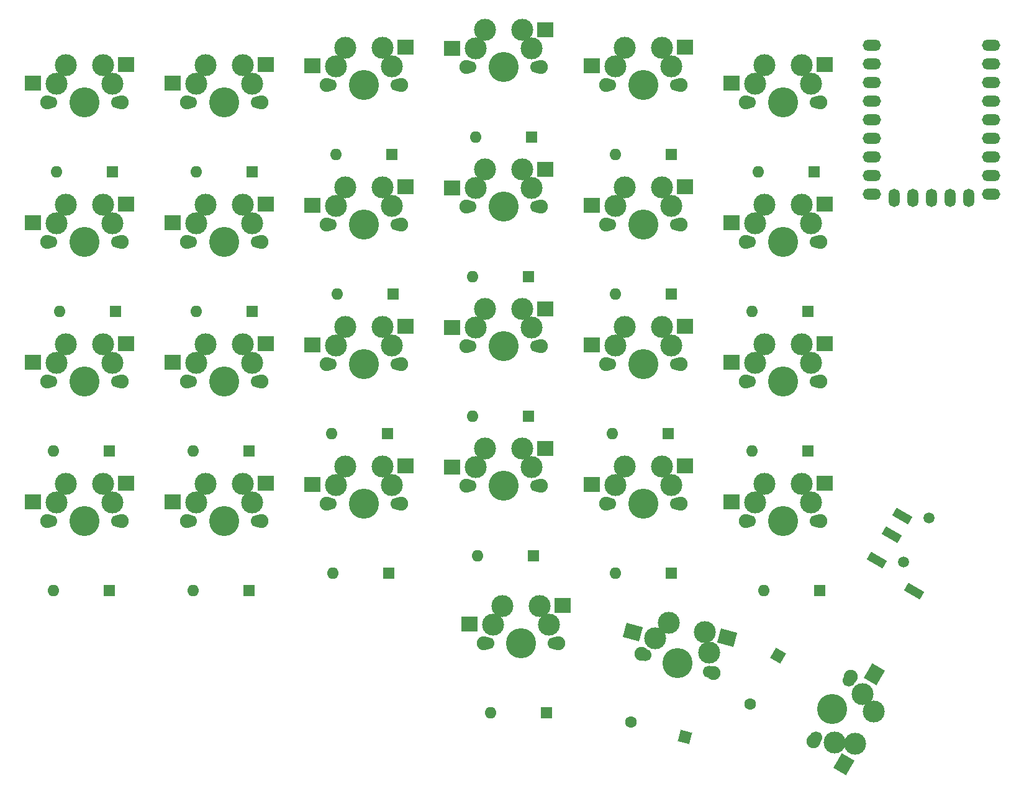
<source format=gbs>
G04 #@! TF.GenerationSoftware,KiCad,Pcbnew,8.0.4*
G04 #@! TF.CreationDate,2024-09-10T03:21:52+03:00*
G04 #@! TF.ProjectId,silakka54,73696c61-6b6b-4613-9534-2e6b69636164,rev?*
G04 #@! TF.SameCoordinates,Original*
G04 #@! TF.FileFunction,Soldermask,Bot*
G04 #@! TF.FilePolarity,Negative*
%FSLAX46Y46*%
G04 Gerber Fmt 4.6, Leading zero omitted, Abs format (unit mm)*
G04 Created by KiCad (PCBNEW 8.0.4) date 2024-09-10 03:21:52*
%MOMM*%
%LPD*%
G01*
G04 APERTURE LIST*
G04 Aperture macros list*
%AMHorizOval*
0 Thick line with rounded ends*
0 $1 width*
0 $2 $3 position (X,Y) of the first rounded end (center of the circle)*
0 $4 $5 position (X,Y) of the second rounded end (center of the circle)*
0 Add line between two ends*
20,1,$1,$2,$3,$4,$5,0*
0 Add two circle primitives to create the rounded ends*
1,1,$1,$2,$3*
1,1,$1,$4,$5*%
%AMRotRect*
0 Rectangle, with rotation*
0 The origin of the aperture is its center*
0 $1 length*
0 $2 width*
0 $3 Rotation angle, in degrees counterclockwise*
0 Add horizontal line*
21,1,$1,$2,0,0,$3*%
G04 Aperture macros list end*
%ADD10R,1.600000X1.600000*%
%ADD11O,1.600000X1.600000*%
%ADD12C,1.900000*%
%ADD13C,1.700000*%
%ADD14C,3.000000*%
%ADD15C,4.100000*%
%ADD16R,2.300000X2.000000*%
%ADD17RotRect,1.600000X1.600000X240.000000*%
%ADD18HorizOval,1.600000X0.000000X0.000000X0.000000X0.000000X0*%
%ADD19RotRect,2.300000X2.000000X165.000000*%
%ADD20RotRect,2.300000X2.000000X60.000000*%
%ADD21O,2.500000X1.500000*%
%ADD22O,1.500000X2.500000*%
%ADD23RotRect,1.600000X1.600000X165.000000*%
%ADD24HorizOval,1.600000X0.000000X0.000000X0.000000X0.000000X0*%
%ADD25C,1.500000*%
%ADD26RotRect,1.200000X2.500000X240.000000*%
G04 APERTURE END LIST*
D10*
G04 #@! TO.C,D18*
X138928750Y-88106250D03*
D11*
X131308750Y-88106250D03*
G04 #@! TD*
D10*
G04 #@! TO.C,D9*
X82378750Y-66675000D03*
D11*
X74758750Y-66675000D03*
G04 #@! TD*
D10*
G04 #@! TO.C,D5*
X120228749Y-47625001D03*
D11*
X112608749Y-47625001D03*
G04 #@! TD*
D12*
G04 #@! TO.C,S25*
X94670000Y-114300000D03*
D13*
X95250000Y-114300000D03*
D14*
X95940000Y-111760000D03*
X97210000Y-109220000D03*
D15*
X99750000Y-114300000D03*
D14*
X102290000Y-109220000D03*
X103560000Y-111759999D03*
D13*
X104250000Y-114300000D03*
D12*
X104830000Y-114300000D03*
D16*
X92750000Y-111720000D03*
X105450000Y-109180000D03*
G04 #@! TD*
D17*
G04 #@! TO.C,D27*
X134817500Y-116066052D03*
D18*
X131007500Y-122665166D03*
G04 #@! TD*
D12*
G04 #@! TO.C,S11*
X111338750Y-57150000D03*
D13*
X111918750Y-57150000D03*
D14*
X112608750Y-54610000D03*
X113878750Y-52070000D03*
D15*
X116418750Y-57150000D03*
D14*
X118958750Y-52070000D03*
X120228750Y-54609999D03*
D13*
X120918750Y-57150000D03*
D12*
X121498750Y-57150000D03*
D16*
X109418750Y-54570000D03*
X122118750Y-52030000D03*
G04 #@! TD*
D12*
G04 #@! TO.C,S5*
X111338750Y-38100000D03*
D13*
X111918750Y-38100000D03*
D14*
X112608750Y-35560000D03*
X113878750Y-33020000D03*
D15*
X116418750Y-38100000D03*
D14*
X118958750Y-33020000D03*
X120228750Y-35559999D03*
D13*
X120918750Y-38100000D03*
D12*
X121498750Y-38100000D03*
D16*
X109418750Y-35520000D03*
X122118750Y-32980000D03*
G04 #@! TD*
D12*
G04 #@! TO.C,S6*
X130388750Y-40481250D03*
D13*
X130968750Y-40481250D03*
D14*
X131658750Y-37941250D03*
X132928750Y-35401250D03*
D15*
X135468750Y-40481250D03*
D14*
X138008750Y-35401250D03*
X139278750Y-37941249D03*
D13*
X139968750Y-40481250D03*
D12*
X140548750Y-40481250D03*
D16*
X128468750Y-37901250D03*
X141168750Y-35361250D03*
G04 #@! TD*
D12*
G04 #@! TO.C,S10*
X92288750Y-54768750D03*
D13*
X92868750Y-54768750D03*
D14*
X93558750Y-52228750D03*
X94828750Y-49688750D03*
D15*
X97368750Y-54768750D03*
D14*
X99908750Y-49688750D03*
X101178750Y-52228749D03*
D13*
X101868750Y-54768750D03*
D12*
X102448750Y-54768750D03*
D16*
X90368750Y-52188750D03*
X103068750Y-49648750D03*
G04 #@! TD*
D10*
G04 #@! TO.C,D25*
X103210002Y-123825001D03*
D11*
X95590002Y-123825001D03*
G04 #@! TD*
D12*
G04 #@! TO.C,S23*
X111338750Y-95250000D03*
D13*
X111918750Y-95250000D03*
D14*
X112608750Y-92710000D03*
X113878750Y-90170000D03*
D15*
X116418750Y-95250000D03*
D14*
X118958750Y-90170000D03*
X120228750Y-92709999D03*
D13*
X120918750Y-95250000D03*
D12*
X121498750Y-95250000D03*
D16*
X109418750Y-92670000D03*
X122118750Y-90130000D03*
G04 #@! TD*
D10*
G04 #@! TO.C,D16*
X100828750Y-83343750D03*
D11*
X93208750Y-83343750D03*
G04 #@! TD*
D10*
G04 #@! TO.C,D21*
X81778752Y-104775001D03*
D11*
X74158752Y-104775001D03*
G04 #@! TD*
D10*
G04 #@! TO.C,D14*
X62728750Y-88106250D03*
D11*
X55108750Y-88106250D03*
G04 #@! TD*
D12*
G04 #@! TO.C,S3*
X73238750Y-38100000D03*
D13*
X73818750Y-38100000D03*
D14*
X74508750Y-35560000D03*
X75778750Y-33020000D03*
D15*
X78318750Y-38100000D03*
D14*
X80858750Y-33020000D03*
X82128750Y-35559999D03*
D13*
X82818750Y-38100000D03*
D12*
X83398750Y-38100000D03*
D16*
X71318750Y-35520000D03*
X84018750Y-32980000D03*
G04 #@! TD*
D12*
G04 #@! TO.C,S26*
X116191847Y-115766449D03*
D13*
X116752084Y-115916564D03*
D14*
X118075973Y-113641698D03*
X119960099Y-111516946D03*
D15*
X121098750Y-117081250D03*
D14*
X124867002Y-112831747D03*
X125436328Y-115613898D03*
D13*
X125445416Y-118245936D03*
D12*
X126005653Y-118396051D03*
D19*
X115005022Y-112777428D03*
X127929681Y-113610978D03*
G04 #@! TD*
D12*
G04 #@! TO.C,S17*
X111338750Y-76200000D03*
D13*
X111918750Y-76200000D03*
D14*
X112608750Y-73660000D03*
X113878750Y-71120000D03*
D15*
X116418750Y-76200000D03*
D14*
X118958750Y-71120000D03*
X120228750Y-73659999D03*
D13*
X120918750Y-76200000D03*
D12*
X121498750Y-76200000D03*
D16*
X109418750Y-73620000D03*
X122118750Y-71080000D03*
G04 #@! TD*
D12*
G04 #@! TO.C,S8*
X54188750Y-59531250D03*
D13*
X54768750Y-59531250D03*
D14*
X55458750Y-56991250D03*
X56728750Y-54451250D03*
D15*
X59268750Y-59531250D03*
D14*
X61808750Y-54451250D03*
X63078750Y-56991249D03*
D13*
X63768750Y-59531250D03*
D12*
X64348750Y-59531250D03*
D16*
X52268750Y-56951250D03*
X64968750Y-54411250D03*
G04 #@! TD*
D10*
G04 #@! TO.C,D3*
X82128749Y-47625000D03*
D11*
X74508749Y-47625000D03*
G04 #@! TD*
D10*
G04 #@! TO.C,D1*
X44028749Y-50006251D03*
D11*
X36408749Y-50006251D03*
G04 #@! TD*
D10*
G04 #@! TO.C,D7*
X44528750Y-69056250D03*
D11*
X36908750Y-69056250D03*
G04 #@! TD*
D12*
G04 #@! TO.C,S13*
X35138750Y-78581250D03*
D13*
X35718750Y-78581250D03*
D14*
X36408750Y-76041250D03*
X37678750Y-73501250D03*
D15*
X40218750Y-78581250D03*
D14*
X42758750Y-73501250D03*
X44028750Y-76041249D03*
D13*
X44718750Y-78581250D03*
D12*
X45298750Y-78581250D03*
D16*
X33218750Y-76001250D03*
X45918750Y-73461250D03*
G04 #@! TD*
D12*
G04 #@! TO.C,S16*
X92288750Y-73818750D03*
D13*
X92868750Y-73818750D03*
D14*
X93558750Y-71278750D03*
X94828750Y-68738750D03*
D15*
X97368750Y-73818750D03*
D14*
X99908750Y-68738750D03*
X101178750Y-71278749D03*
D13*
X101868750Y-73818750D03*
D12*
X102448750Y-73818750D03*
D16*
X90368750Y-71238750D03*
X103068750Y-68698750D03*
G04 #@! TD*
D12*
G04 #@! TO.C,S27*
X144768750Y-118911841D03*
D13*
X144478750Y-119414136D03*
D14*
X146333455Y-121281693D03*
X147898159Y-123651545D03*
D15*
X142228750Y-123311250D03*
D14*
X145358159Y-128050955D03*
X142523455Y-127880807D03*
D13*
X139978750Y-127208364D03*
D12*
X139688750Y-127710659D03*
D20*
X147963096Y-118539072D03*
X143812800Y-130807595D03*
G04 #@! TD*
D12*
G04 #@! TO.C,S14*
X54188750Y-78581250D03*
D13*
X54768750Y-78581250D03*
D14*
X55458750Y-76041250D03*
X56728750Y-73501250D03*
D15*
X59268750Y-78581250D03*
D14*
X61808750Y-73501250D03*
X63078750Y-76041249D03*
D13*
X63768750Y-78581250D03*
D12*
X64348750Y-78581250D03*
D16*
X52268750Y-76001250D03*
X64968750Y-73461250D03*
G04 #@! TD*
D12*
G04 #@! TO.C,S7*
X35138750Y-59531250D03*
D13*
X35718750Y-59531250D03*
D14*
X36408750Y-56991250D03*
X37678750Y-54451250D03*
D15*
X40218750Y-59531250D03*
D14*
X42758750Y-54451250D03*
X44028750Y-56991249D03*
D13*
X44718750Y-59531250D03*
D12*
X45298750Y-59531250D03*
D16*
X33218750Y-56951250D03*
X45918750Y-54411250D03*
G04 #@! TD*
D12*
G04 #@! TO.C,S22*
X92288750Y-92868750D03*
D13*
X92868750Y-92868750D03*
D14*
X93558750Y-90328750D03*
X94828750Y-87788750D03*
D15*
X97368750Y-92868750D03*
D14*
X99908750Y-87788750D03*
X101178750Y-90328749D03*
D13*
X101868750Y-92868750D03*
D12*
X102448750Y-92868750D03*
D16*
X90368750Y-90288750D03*
X103068750Y-87748750D03*
G04 #@! TD*
D12*
G04 #@! TO.C,S19*
X35138750Y-97631250D03*
D13*
X35718750Y-97631250D03*
D14*
X36408750Y-95091250D03*
X37678750Y-92551250D03*
D15*
X40218750Y-97631250D03*
D14*
X42758750Y-92551250D03*
X44028750Y-95091249D03*
D13*
X44718750Y-97631250D03*
D12*
X45298750Y-97631250D03*
D16*
X33218750Y-95051250D03*
X45918750Y-92511250D03*
G04 #@! TD*
D10*
G04 #@! TO.C,D17*
X119878752Y-85725001D03*
D11*
X112258752Y-85725001D03*
G04 #@! TD*
D10*
G04 #@! TO.C,D2*
X63078749Y-50006250D03*
D11*
X55458749Y-50006250D03*
G04 #@! TD*
D10*
G04 #@! TO.C,D19*
X43678752Y-107156251D03*
D11*
X36058752Y-107156251D03*
G04 #@! TD*
D21*
G04 #@! TO.C,U1*
X163828750Y-32731250D03*
X163828750Y-35271250D03*
X163828750Y-37811250D03*
X163828750Y-40351250D03*
X163828750Y-42891250D03*
X163828750Y-45431250D03*
X163828750Y-47971250D03*
X163828750Y-50511250D03*
X163828750Y-53051250D03*
D22*
X160788750Y-53551250D03*
X158248750Y-53551250D03*
X155708750Y-53551250D03*
X153168750Y-53551250D03*
X150628750Y-53551250D03*
D21*
X147588750Y-53051250D03*
X147588750Y-50511250D03*
X147588750Y-47971250D03*
X147588750Y-45431250D03*
X147588750Y-42891250D03*
X147588750Y-40351250D03*
X147588750Y-37811250D03*
X147588750Y-35271250D03*
X147588750Y-32731250D03*
G04 #@! TD*
D12*
G04 #@! TO.C,S20*
X54188750Y-97631250D03*
D13*
X54768750Y-97631250D03*
D14*
X55458750Y-95091250D03*
X56728750Y-92551250D03*
D15*
X59268750Y-97631250D03*
D14*
X61808750Y-92551250D03*
X63078750Y-95091249D03*
D13*
X63768750Y-97631250D03*
D12*
X64348750Y-97631250D03*
D16*
X52268750Y-95051250D03*
X64968750Y-92511250D03*
G04 #@! TD*
D10*
G04 #@! TO.C,D10*
X100828752Y-64293751D03*
D11*
X93208752Y-64293751D03*
G04 #@! TD*
D10*
G04 #@! TO.C,D22*
X101441249Y-102393751D03*
D11*
X93821249Y-102393751D03*
G04 #@! TD*
D12*
G04 #@! TO.C,S2*
X54188750Y-40481250D03*
D13*
X54768750Y-40481250D03*
D14*
X55458750Y-37941250D03*
X56728750Y-35401250D03*
D15*
X59268750Y-40481250D03*
D14*
X61808750Y-35401250D03*
X63078750Y-37941249D03*
D13*
X63768750Y-40481250D03*
D12*
X64348750Y-40481250D03*
D16*
X52268750Y-37901250D03*
X64968750Y-35361250D03*
G04 #@! TD*
D10*
G04 #@! TO.C,D15*
X81578751Y-85725000D03*
D11*
X73958751Y-85725000D03*
G04 #@! TD*
D10*
G04 #@! TO.C,D23*
X120228749Y-104775001D03*
D11*
X112608749Y-104775001D03*
G04 #@! TD*
D12*
G04 #@! TO.C,S21*
X73238750Y-95250000D03*
D13*
X73818750Y-95250000D03*
D14*
X74508750Y-92710000D03*
X75778750Y-90170000D03*
D15*
X78318750Y-95250000D03*
D14*
X80858750Y-90170000D03*
X82128750Y-92709999D03*
D13*
X82818750Y-95250000D03*
D12*
X83398750Y-95250000D03*
D16*
X71318750Y-92670000D03*
X84018750Y-90130000D03*
G04 #@! TD*
D12*
G04 #@! TO.C,S12*
X130388750Y-59531250D03*
D13*
X130968750Y-59531250D03*
D14*
X131658750Y-56991250D03*
X132928750Y-54451250D03*
D15*
X135468750Y-59531250D03*
D14*
X138008750Y-54451250D03*
X139278750Y-56991249D03*
D13*
X139968750Y-59531250D03*
D12*
X140548750Y-59531250D03*
D16*
X128468750Y-56951250D03*
X141168750Y-54411250D03*
G04 #@! TD*
D12*
G04 #@! TO.C,S18*
X130388750Y-78581250D03*
D13*
X130968750Y-78581250D03*
D14*
X131658750Y-76041250D03*
X132928750Y-73501250D03*
D15*
X135468750Y-78581250D03*
D14*
X138008750Y-73501250D03*
X139278750Y-76041249D03*
D13*
X139968750Y-78581250D03*
D12*
X140548750Y-78581250D03*
D16*
X128468750Y-76001250D03*
X141168750Y-73461250D03*
G04 #@! TD*
D10*
G04 #@! TO.C,D4*
X101178749Y-45243751D03*
D11*
X93558749Y-45243751D03*
G04 #@! TD*
D23*
G04 #@! TO.C,D26*
X122142103Y-127101764D03*
D24*
X114781748Y-125129563D03*
G04 #@! TD*
D10*
G04 #@! TO.C,D20*
X62728750Y-107156250D03*
D11*
X55108750Y-107156250D03*
G04 #@! TD*
D10*
G04 #@! TO.C,D24*
X140493750Y-107156250D03*
D11*
X132873750Y-107156250D03*
G04 #@! TD*
D12*
G04 #@! TO.C,S4*
X92288750Y-35718750D03*
D13*
X92868750Y-35718750D03*
D14*
X93558750Y-33178750D03*
X94828750Y-30638750D03*
D15*
X97368750Y-35718750D03*
D14*
X99908750Y-30638750D03*
X101178750Y-33178749D03*
D13*
X101868750Y-35718750D03*
D12*
X102448750Y-35718750D03*
D16*
X90368750Y-33138750D03*
X103068750Y-30598750D03*
G04 #@! TD*
D12*
G04 #@! TO.C,S24*
X130388750Y-97631250D03*
D13*
X130968750Y-97631250D03*
D14*
X131658750Y-95091250D03*
X132928750Y-92551250D03*
D15*
X135468750Y-97631250D03*
D14*
X138008750Y-92551250D03*
X139278750Y-95091249D03*
D13*
X139968750Y-97631250D03*
D12*
X140548750Y-97631250D03*
D16*
X128468750Y-95051250D03*
X141168750Y-92511250D03*
G04 #@! TD*
D12*
G04 #@! TO.C,S9*
X73238750Y-57150000D03*
D13*
X73818750Y-57150000D03*
D14*
X74508750Y-54610000D03*
X75778750Y-52070000D03*
D15*
X78318750Y-57150000D03*
D14*
X80858750Y-52070000D03*
X82128750Y-54609999D03*
D13*
X82818750Y-57150000D03*
D12*
X83398750Y-57150000D03*
D16*
X71318750Y-54570000D03*
X84018750Y-52030000D03*
G04 #@! TD*
D10*
G04 #@! TO.C,D13*
X43678752Y-88106251D03*
D11*
X36058752Y-88106251D03*
G04 #@! TD*
D12*
G04 #@! TO.C,S15*
X73238750Y-76200000D03*
D13*
X73818750Y-76200000D03*
D14*
X74508750Y-73660000D03*
X75778750Y-71120000D03*
D15*
X78318750Y-76200000D03*
D14*
X80858750Y-71120000D03*
X82128750Y-73659999D03*
D13*
X82818750Y-76200000D03*
D12*
X83398750Y-76200000D03*
D16*
X71318750Y-73620000D03*
X84018750Y-71080000D03*
G04 #@! TD*
D10*
G04 #@! TO.C,D8*
X63078749Y-69056251D03*
D11*
X55458749Y-69056251D03*
G04 #@! TD*
D10*
G04 #@! TO.C,D12*
X138928752Y-69056251D03*
D11*
X131308752Y-69056251D03*
G04 #@! TD*
D10*
G04 #@! TO.C,D6*
X139778750Y-50006250D03*
D11*
X132158750Y-50006250D03*
G04 #@! TD*
D10*
G04 #@! TO.C,D11*
X120228749Y-66675001D03*
D11*
X112608749Y-66675001D03*
G04 #@! TD*
D12*
G04 #@! TO.C,S1*
X35138750Y-40481250D03*
D13*
X35718750Y-40481250D03*
D14*
X36408750Y-37941250D03*
X37678750Y-35401250D03*
D15*
X40218750Y-40481250D03*
D14*
X42758750Y-35401250D03*
X44028750Y-37941249D03*
D13*
X44718750Y-40481250D03*
D12*
X45298750Y-40481250D03*
D16*
X33218750Y-37901250D03*
X45918750Y-35361250D03*
G04 #@! TD*
D25*
G04 #@! TO.C,J2*
X155400000Y-97200000D03*
X151900000Y-103262178D03*
D26*
X150285415Y-99558717D03*
X151785418Y-96960642D03*
X153364582Y-107225446D03*
X148285422Y-103022820D03*
G04 #@! TD*
M02*

</source>
